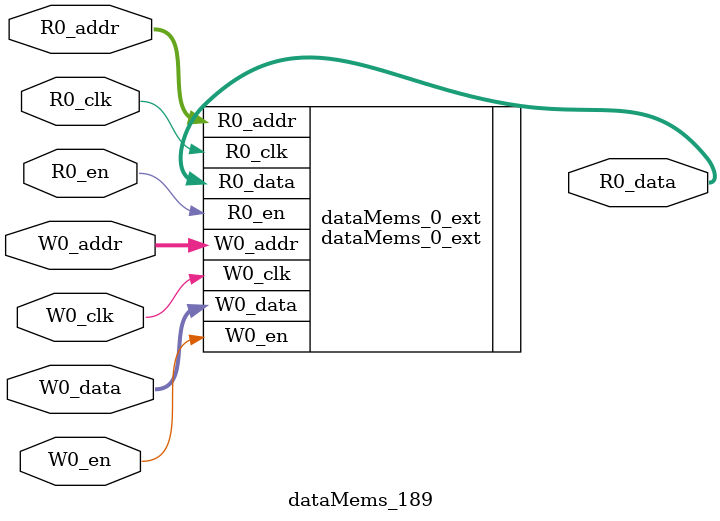
<source format=sv>
`ifndef RANDOMIZE
  `ifdef RANDOMIZE_REG_INIT
    `define RANDOMIZE
  `endif // RANDOMIZE_REG_INIT
`endif // not def RANDOMIZE
`ifndef RANDOMIZE
  `ifdef RANDOMIZE_MEM_INIT
    `define RANDOMIZE
  `endif // RANDOMIZE_MEM_INIT
`endif // not def RANDOMIZE

`ifndef RANDOM
  `define RANDOM $random
`endif // not def RANDOM

// Users can define 'PRINTF_COND' to add an extra gate to prints.
`ifndef PRINTF_COND_
  `ifdef PRINTF_COND
    `define PRINTF_COND_ (`PRINTF_COND)
  `else  // PRINTF_COND
    `define PRINTF_COND_ 1
  `endif // PRINTF_COND
`endif // not def PRINTF_COND_

// Users can define 'ASSERT_VERBOSE_COND' to add an extra gate to assert error printing.
`ifndef ASSERT_VERBOSE_COND_
  `ifdef ASSERT_VERBOSE_COND
    `define ASSERT_VERBOSE_COND_ (`ASSERT_VERBOSE_COND)
  `else  // ASSERT_VERBOSE_COND
    `define ASSERT_VERBOSE_COND_ 1
  `endif // ASSERT_VERBOSE_COND
`endif // not def ASSERT_VERBOSE_COND_

// Users can define 'STOP_COND' to add an extra gate to stop conditions.
`ifndef STOP_COND_
  `ifdef STOP_COND
    `define STOP_COND_ (`STOP_COND)
  `else  // STOP_COND
    `define STOP_COND_ 1
  `endif // STOP_COND
`endif // not def STOP_COND_

// Users can define INIT_RANDOM as general code that gets injected into the
// initializer block for modules with registers.
`ifndef INIT_RANDOM
  `define INIT_RANDOM
`endif // not def INIT_RANDOM

// If using random initialization, you can also define RANDOMIZE_DELAY to
// customize the delay used, otherwise 0.002 is used.
`ifndef RANDOMIZE_DELAY
  `define RANDOMIZE_DELAY 0.002
`endif // not def RANDOMIZE_DELAY

// Define INIT_RANDOM_PROLOG_ for use in our modules below.
`ifndef INIT_RANDOM_PROLOG_
  `ifdef RANDOMIZE
    `ifdef VERILATOR
      `define INIT_RANDOM_PROLOG_ `INIT_RANDOM
    `else  // VERILATOR
      `define INIT_RANDOM_PROLOG_ `INIT_RANDOM #`RANDOMIZE_DELAY begin end
    `endif // VERILATOR
  `else  // RANDOMIZE
    `define INIT_RANDOM_PROLOG_
  `endif // RANDOMIZE
`endif // not def INIT_RANDOM_PROLOG_

// Include register initializers in init blocks unless synthesis is set
`ifndef SYNTHESIS
  `ifndef ENABLE_INITIAL_REG_
    `define ENABLE_INITIAL_REG_
  `endif // not def ENABLE_INITIAL_REG_
`endif // not def SYNTHESIS

// Include rmemory initializers in init blocks unless synthesis is set
`ifndef SYNTHESIS
  `ifndef ENABLE_INITIAL_MEM_
    `define ENABLE_INITIAL_MEM_
  `endif // not def ENABLE_INITIAL_MEM_
`endif // not def SYNTHESIS

module dataMems_189(	// @[generators/ara/src/main/scala/UnsafeAXI4ToTL.scala:365:62]
  input  [4:0]   R0_addr,
  input          R0_en,
  input          R0_clk,
  output [130:0] R0_data,
  input  [4:0]   W0_addr,
  input          W0_en,
  input          W0_clk,
  input  [130:0] W0_data
);

  dataMems_0_ext dataMems_0_ext (	// @[generators/ara/src/main/scala/UnsafeAXI4ToTL.scala:365:62]
    .R0_addr (R0_addr),
    .R0_en   (R0_en),
    .R0_clk  (R0_clk),
    .R0_data (R0_data),
    .W0_addr (W0_addr),
    .W0_en   (W0_en),
    .W0_clk  (W0_clk),
    .W0_data (W0_data)
  );
endmodule


</source>
